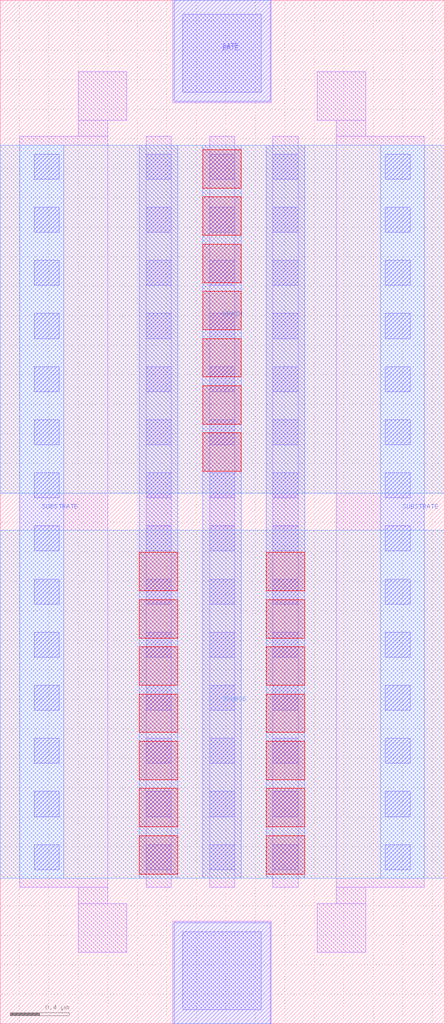
<source format=lef>
# Copyright 2020 The SkyWater PDK Authors
#
# Licensed under the Apache License, Version 2.0 (the "License");
# you may not use this file except in compliance with the License.
# You may obtain a copy of the License at
#
#     https://www.apache.org/licenses/LICENSE-2.0
#
# Unless required by applicable law or agreed to in writing, software
# distributed under the License is distributed on an "AS IS" BASIS,
# WITHOUT WARRANTIES OR CONDITIONS OF ANY KIND, either express or implied.
# See the License for the specific language governing permissions and
# limitations under the License.
#
# SPDX-License-Identifier: Apache-2.0

VERSION 5.7 ;
  NOWIREEXTENSIONATPIN ON ;
  DIVIDERCHAR "/" ;
  BUSBITCHARS "[]" ;
MACRO sky130_fd_pr__rf_nfet_01v8_lvt_bM02W5p00L0p15
  CLASS BLOCK ;
  FOREIGN sky130_fd_pr__rf_nfet_01v8_lvt_bM02W5p00L0p15 ;
  ORIGIN -0.070000  0.000000 ;
  SIZE  3.010000 BY  6.940000 ;
  PIN DRAIN
    ANTENNADIFFAREA  1.414000 ;
    PORT
      LAYER met2 ;
        RECT 0.070000 3.595000 3.080000 5.955000 ;
    END
  END DRAIN
  PIN GATE
    ANTENNAGATEAREA  1.515000 ;
    PORT
      LAYER li1 ;
        RECT 1.240000 0.000000 1.910000 0.695000 ;
        RECT 1.240000 6.245000 1.910000 6.940000 ;
      LAYER mcon ;
        RECT 1.310000 0.095000 1.840000 0.625000 ;
        RECT 1.310000 6.315000 1.840000 6.845000 ;
    END
    PORT
      LAYER met1 ;
        RECT 1.250000 0.000000 1.900000 0.685000 ;
        RECT 1.250000 6.255000 1.900000 6.940000 ;
    END
  END GATE
  PIN SOURCE
    ANTENNADIFFAREA  2.828000 ;
    PORT
      LAYER met2 ;
        RECT 0.070000 0.985000 3.080000 3.345000 ;
    END
  END SOURCE
  PIN SUBSTRATE
    ANTENNADIFFAREA  3.282500 ;
    ANTENNAGATEAREA  0.757500 ;
    PORT
      LAYER met1 ;
        RECT 0.205000 0.985000 0.500000 5.955000 ;
    END
    PORT
      LAYER met1 ;
        RECT 2.650000 0.985000 2.945000 5.955000 ;
    END
  END SUBSTRATE
  OBS
    LAYER li1 ;
      RECT 0.205000 0.925000 0.800000 6.015000 ;
      RECT 0.600000 0.485000 0.930000 0.815000 ;
      RECT 0.600000 0.815000 0.800000 0.925000 ;
      RECT 0.600000 6.015000 0.800000 6.125000 ;
      RECT 0.600000 6.125000 0.930000 6.455000 ;
      RECT 1.060000 0.925000 1.230000 6.015000 ;
      RECT 1.490000 0.925000 1.660000 6.015000 ;
      RECT 1.920000 0.925000 2.090000 6.015000 ;
      RECT 2.220000 0.485000 2.550000 0.815000 ;
      RECT 2.220000 6.125000 2.550000 6.455000 ;
      RECT 2.350000 0.815000 2.550000 0.925000 ;
      RECT 2.350000 0.925000 2.945000 6.015000 ;
      RECT 2.350000 6.015000 2.550000 6.125000 ;
    LAYER mcon ;
      RECT 0.300000 1.045000 0.470000 1.215000 ;
      RECT 0.300000 1.405000 0.470000 1.575000 ;
      RECT 0.300000 1.765000 0.470000 1.935000 ;
      RECT 0.300000 2.125000 0.470000 2.295000 ;
      RECT 0.300000 2.485000 0.470000 2.655000 ;
      RECT 0.300000 2.845000 0.470000 3.015000 ;
      RECT 0.300000 3.205000 0.470000 3.375000 ;
      RECT 0.300000 3.565000 0.470000 3.735000 ;
      RECT 0.300000 3.925000 0.470000 4.095000 ;
      RECT 0.300000 4.285000 0.470000 4.455000 ;
      RECT 0.300000 4.645000 0.470000 4.815000 ;
      RECT 0.300000 5.005000 0.470000 5.175000 ;
      RECT 0.300000 5.365000 0.470000 5.535000 ;
      RECT 0.300000 5.725000 0.470000 5.895000 ;
      RECT 1.060000 1.045000 1.230000 1.215000 ;
      RECT 1.060000 1.405000 1.230000 1.575000 ;
      RECT 1.060000 1.765000 1.230000 1.935000 ;
      RECT 1.060000 2.125000 1.230000 2.295000 ;
      RECT 1.060000 2.485000 1.230000 2.655000 ;
      RECT 1.060000 2.845000 1.230000 3.015000 ;
      RECT 1.060000 3.205000 1.230000 3.375000 ;
      RECT 1.060000 3.565000 1.230000 3.735000 ;
      RECT 1.060000 3.925000 1.230000 4.095000 ;
      RECT 1.060000 4.285000 1.230000 4.455000 ;
      RECT 1.060000 4.645000 1.230000 4.815000 ;
      RECT 1.060000 5.005000 1.230000 5.175000 ;
      RECT 1.060000 5.365000 1.230000 5.535000 ;
      RECT 1.060000 5.725000 1.230000 5.895000 ;
      RECT 1.490000 1.045000 1.660000 1.215000 ;
      RECT 1.490000 1.405000 1.660000 1.575000 ;
      RECT 1.490000 1.765000 1.660000 1.935000 ;
      RECT 1.490000 2.125000 1.660000 2.295000 ;
      RECT 1.490000 2.485000 1.660000 2.655000 ;
      RECT 1.490000 2.845000 1.660000 3.015000 ;
      RECT 1.490000 3.205000 1.660000 3.375000 ;
      RECT 1.490000 3.565000 1.660000 3.735000 ;
      RECT 1.490000 3.925000 1.660000 4.095000 ;
      RECT 1.490000 4.285000 1.660000 4.455000 ;
      RECT 1.490000 4.645000 1.660000 4.815000 ;
      RECT 1.490000 5.005000 1.660000 5.175000 ;
      RECT 1.490000 5.365000 1.660000 5.535000 ;
      RECT 1.490000 5.725000 1.660000 5.895000 ;
      RECT 1.920000 1.045000 2.090000 1.215000 ;
      RECT 1.920000 1.405000 2.090000 1.575000 ;
      RECT 1.920000 1.765000 2.090000 1.935000 ;
      RECT 1.920000 2.125000 2.090000 2.295000 ;
      RECT 1.920000 2.485000 2.090000 2.655000 ;
      RECT 1.920000 2.845000 2.090000 3.015000 ;
      RECT 1.920000 3.205000 2.090000 3.375000 ;
      RECT 1.920000 3.565000 2.090000 3.735000 ;
      RECT 1.920000 3.925000 2.090000 4.095000 ;
      RECT 1.920000 4.285000 2.090000 4.455000 ;
      RECT 1.920000 4.645000 2.090000 4.815000 ;
      RECT 1.920000 5.005000 2.090000 5.175000 ;
      RECT 1.920000 5.365000 2.090000 5.535000 ;
      RECT 1.920000 5.725000 2.090000 5.895000 ;
      RECT 2.680000 1.045000 2.850000 1.215000 ;
      RECT 2.680000 1.405000 2.850000 1.575000 ;
      RECT 2.680000 1.765000 2.850000 1.935000 ;
      RECT 2.680000 2.125000 2.850000 2.295000 ;
      RECT 2.680000 2.485000 2.850000 2.655000 ;
      RECT 2.680000 2.845000 2.850000 3.015000 ;
      RECT 2.680000 3.205000 2.850000 3.375000 ;
      RECT 2.680000 3.565000 2.850000 3.735000 ;
      RECT 2.680000 3.925000 2.850000 4.095000 ;
      RECT 2.680000 4.285000 2.850000 4.455000 ;
      RECT 2.680000 4.645000 2.850000 4.815000 ;
      RECT 2.680000 5.005000 2.850000 5.175000 ;
      RECT 2.680000 5.365000 2.850000 5.535000 ;
      RECT 2.680000 5.725000 2.850000 5.895000 ;
    LAYER met1 ;
      RECT 1.015000 0.985000 1.275000 5.955000 ;
      RECT 1.445000 0.985000 1.705000 5.955000 ;
      RECT 1.875000 0.985000 2.135000 5.955000 ;
    LAYER via ;
      RECT 1.015000 1.015000 1.275000 1.275000 ;
      RECT 1.015000 1.335000 1.275000 1.595000 ;
      RECT 1.015000 1.655000 1.275000 1.915000 ;
      RECT 1.015000 1.975000 1.275000 2.235000 ;
      RECT 1.015000 2.295000 1.275000 2.555000 ;
      RECT 1.015000 2.615000 1.275000 2.875000 ;
      RECT 1.015000 2.935000 1.275000 3.195000 ;
      RECT 1.445000 3.745000 1.705000 4.005000 ;
      RECT 1.445000 4.065000 1.705000 4.325000 ;
      RECT 1.445000 4.385000 1.705000 4.645000 ;
      RECT 1.445000 4.705000 1.705000 4.965000 ;
      RECT 1.445000 5.025000 1.705000 5.285000 ;
      RECT 1.445000 5.345000 1.705000 5.605000 ;
      RECT 1.445000 5.665000 1.705000 5.925000 ;
      RECT 1.875000 1.015000 2.135000 1.275000 ;
      RECT 1.875000 1.335000 2.135000 1.595000 ;
      RECT 1.875000 1.655000 2.135000 1.915000 ;
      RECT 1.875000 1.975000 2.135000 2.235000 ;
      RECT 1.875000 2.295000 2.135000 2.555000 ;
      RECT 1.875000 2.615000 2.135000 2.875000 ;
      RECT 1.875000 2.935000 2.135000 3.195000 ;
  END
END sky130_fd_pr__rf_nfet_01v8_lvt_bM02W5p00L0p15
END LIBRARY

</source>
